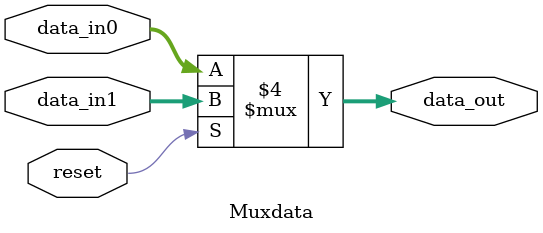
<source format=v>
`timescale 1ns / 1ps


module Muxdata(
    input [63:0] data_in0,
    input [63:0] data_in1,
    input reset,
    output reg [63:0] data_out
    );
 always @(data_in0 or data_in1 or reset)
 if (reset== 0)
 data_out = data_in0;
 else data_out = data_in1;
endmodule

</source>
